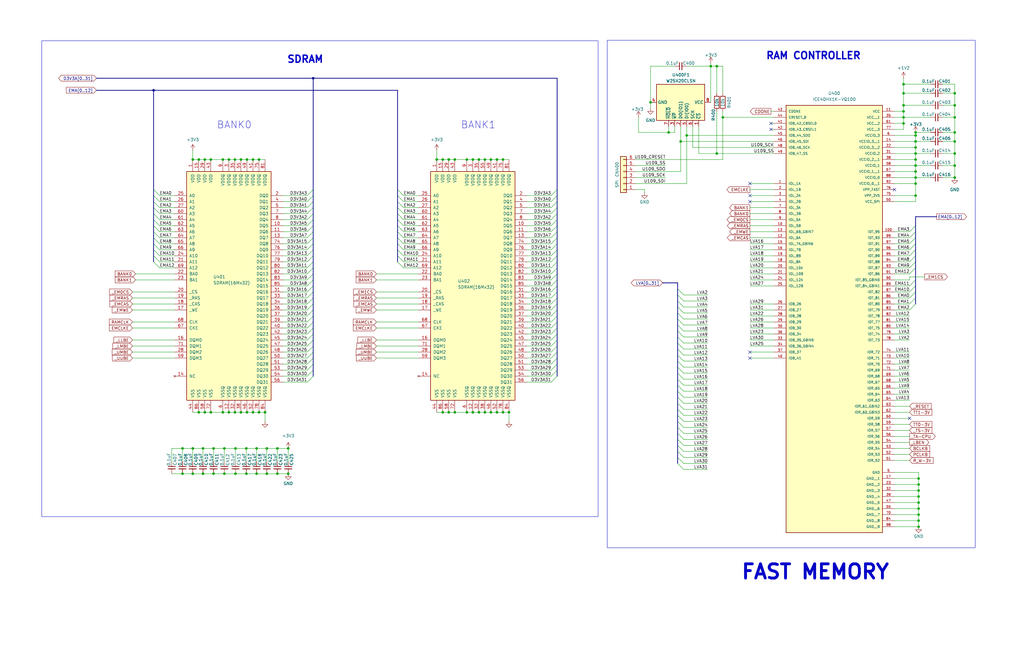
<source format=kicad_sch>
(kicad_sch (version 20231120) (generator "eeschema") (generator_version "8.0")
  (paper "B")
  (title_block (title "AmigaPCI 68040 Local Bus Card") (date "2024-07-21") (rev "3.0"))
  (junction (at 304.8 49.53))
  (junction (at 386.08 55.88))
  (junction (at 214.63 173.99))
  (junction (at 90.043 199.898))
  (junction (at 386.08 62.23))
  (junction (at 186.69 67.31))
  (junction (at 281.94 55.88))
  (junction (at 199.39 173.99))
  (junction (at 387.35 209.55))
  (junction (at 112.522 189.23))
  (junction (at 212.09 173.99))
  (junction (at 402.59 69.85))
  (junction (at 81.28 189.23))
  (junction (at 402.59 39.37))
  (junction (at 111.76 173.99))
  (junction (at 101.6 173.99))
  (junction (at 274.32 43.18))
  (junction (at 184.15 67.31))
  (junction (at 83.82 173.99))
  (junction (at 386.08 67.31))
  (junction (at 204.47 67.31))
  (junction (at 88.9 67.31))
  (junction (at 201.93 173.99))
  (junction (at 96.52 173.99))
  (junction (at 381 35.56))
  (junction (at 207.01 67.31))
  (junction (at 93.98 173.99))
  (junction (at 209.55 173.99))
  (junction (at 81.28 199.898))
  (junction (at 108.204 189.23))
  (junction (at 386.08 64.77))
  (junction (at 189.23 67.31))
  (junction (at 299.72 27.94))
  (junction (at 381 52.07))
  (junction (at 116.967 199.898))
  (junction (at 207.01 173.99))
  (junction (at 64.77 38.1))
  (junction (at 88.9 173.99))
  (junction (at 302.26 64.77))
  (junction (at 94.615 189.23))
  (junction (at 85.598 189.23))
  (junction (at 94.615 199.898))
  (junction (at 201.93 67.31))
  (junction (at 108.204 199.898))
  (junction (at 93.98 67.31))
  (junction (at 387.35 219.71))
  (junction (at 196.85 173.99))
  (junction (at 386.08 59.69))
  (junction (at 189.23 173.99))
  (junction (at 402.59 64.77))
  (junction (at 106.68 173.99))
  (junction (at 402.59 49.53))
  (junction (at 204.47 173.99))
  (junction (at 76.962 199.898))
  (junction (at 289.56 57.15))
  (junction (at 90.043 189.23))
  (junction (at 99.314 189.23))
  (junction (at 121.539 199.898))
  (junction (at 302.26 27.94))
  (junction (at 387.35 207.01))
  (junction (at 199.39 67.31))
  (junction (at 386.08 82.55))
  (junction (at 381 39.37))
  (junction (at 386.08 69.85))
  (junction (at 121.539 189.23))
  (junction (at 191.77 173.99))
  (junction (at 109.22 67.31))
  (junction (at 76.962 189.23))
  (junction (at 104.14 67.31))
  (junction (at 112.522 199.898))
  (junction (at 386.08 72.39))
  (junction (at 103.886 189.23))
  (junction (at 101.6 67.31))
  (junction (at 402.59 44.45))
  (junction (at 116.967 189.23))
  (junction (at 96.52 67.31))
  (junction (at 209.55 67.31))
  (junction (at 85.598 199.898))
  (junction (at 81.28 67.31))
  (junction (at 103.886 199.898))
  (junction (at 402.59 55.88))
  (junction (at 132.08 33.02))
  (junction (at 86.36 67.31))
  (junction (at 387.35 204.47))
  (junction (at 212.09 67.31))
  (junction (at 196.85 67.31))
  (junction (at 86.36 173.99))
  (junction (at 387.35 201.93))
  (junction (at 99.06 173.99))
  (junction (at 381 46.99))
  (junction (at 83.82 67.31))
  (junction (at 386.08 57.15))
  (junction (at 99.314 199.898))
  (junction (at 387.35 212.09))
  (junction (at 387.35 222.25))
  (junction (at 104.14 173.99))
  (junction (at 387.35 214.63))
  (junction (at 402.59 74.93))
  (junction (at 386.08 77.47))
  (junction (at 381 44.45))
  (junction (at 109.22 173.99))
  (junction (at 386.08 74.93))
  (junction (at 387.35 217.17))
  (junction (at 191.77 67.31))
  (junction (at 186.69 173.99))
  (junction (at 402.59 59.69))
  (junction (at 381 49.53))
  (junction (at 106.68 67.31))
  (junction (at 287.02 59.69))
  (junction (at 99.06 67.31))
  (no_connect (at 316.23 82.55))
  (no_connect (at 377.19 80.01))
  (no_connect (at 325.12 52.07))
  (no_connect (at 383.54 176.53))
  (no_connect (at 325.12 54.61))
  (no_connect (at 316.23 77.47))
  (no_connect (at 316.23 151.13))
  (no_connect (at 316.23 85.09))
  (no_connect (at 316.23 148.59))
  (bus_entry (at 129.54 140.97) (size 2.54 -2.54))
  (bus_entry (at 129.54 130.81) (size 2.54 -2.54))
  (bus_entry (at 129.54 97.79) (size 2.54 -2.54))
  (bus_entry (at 288.29 162.56) (size -2.54 -2.54))
  (bus_entry (at 170.18 107.95) (size -2.54 -2.54))
  (bus_entry (at 288.29 132.08) (size -2.54 -2.54))
  (bus_entry (at 288.29 165.1) (size -2.54 -2.54))
  (bus_entry (at 383.54 120.65) (size 2.54 -2.54))
  (bus_entry (at 67.31 102.87) (size -2.54 -2.54))
  (bus_entry (at 383.54 113.03) (size 2.54 -2.54))
  (bus_entry (at 288.29 182.88) (size -2.54 -2.54))
  (bus_entry (at 67.31 97.79) (size -2.54 -2.54))
  (bus_entry (at 232.41 133.35) (size 2.54 -2.54))
  (bus_entry (at 170.18 102.87) (size -2.54 -2.54))
  (bus_entry (at 288.29 127) (size -2.54 -2.54))
  (bus_entry (at 288.29 198.12) (size -2.54 -2.54))
  (bus_entry (at 129.54 100.33) (size 2.54 -2.54))
  (bus_entry (at 67.31 100.33) (size -2.54 -2.54))
  (bus_entry (at 129.54 146.05) (size 2.54 -2.54))
  (bus_entry (at 288.29 185.42) (size -2.54 -2.54))
  (bus_entry (at 170.18 85.09) (size -2.54 -2.54))
  (bus_entry (at 288.29 167.64) (size -2.54 -2.54))
  (bus_entry (at 288.29 172.72) (size -2.54 -2.54))
  (bus_entry (at 67.31 85.09) (size -2.54 -2.54))
  (bus_entry (at 232.41 100.33) (size 2.54 -2.54))
  (bus_entry (at 383.54 105.41) (size 2.54 -2.54))
  (bus_entry (at 129.54 110.49) (size 2.54 -2.54))
  (bus_entry (at 383.54 110.49) (size 2.54 -2.54))
  (bus_entry (at 288.29 137.16) (size -2.54 -2.54))
  (bus_entry (at 129.54 115.57) (size 2.54 -2.54))
  (bus_entry (at 288.29 152.4) (size -2.54 -2.54))
  (bus_entry (at 67.31 92.71) (size -2.54 -2.54))
  (bus_entry (at 232.41 140.97) (size 2.54 -2.54))
  (bus_entry (at 129.54 161.29) (size 2.54 -2.54))
  (bus_entry (at 129.54 156.21) (size 2.54 -2.54))
  (bus_entry (at 170.18 82.55) (size -2.54 -2.54))
  (bus_entry (at 129.54 148.59) (size 2.54 -2.54))
  (bus_entry (at 129.54 87.63) (size 2.54 -2.54))
  (bus_entry (at 383.54 130.81) (size 2.54 -2.54))
  (bus_entry (at 129.54 92.71) (size 2.54 -2.54))
  (bus_entry (at 383.54 107.95) (size 2.54 -2.54))
  (bus_entry (at 170.18 97.79) (size -2.54 -2.54))
  (bus_entry (at 232.41 118.11) (size 2.54 -2.54))
  (bus_entry (at 67.31 113.03) (size -2.54 -2.54))
  (bus_entry (at 129.54 125.73) (size 2.54 -2.54))
  (bus_entry (at 383.54 100.33) (size 2.54 -2.54))
  (bus_entry (at 232.41 146.05) (size 2.54 -2.54))
  (bus_entry (at 288.29 187.96) (size -2.54 -2.54))
  (bus_entry (at 129.54 82.55) (size 2.54 -2.54))
  (bus_entry (at 170.18 113.03) (size -2.54 -2.54))
  (bus_entry (at 67.31 105.41) (size -2.54 -2.54))
  (bus_entry (at 288.29 180.34) (size -2.54 -2.54))
  (bus_entry (at 232.41 156.21) (size 2.54 -2.54))
  (bus_entry (at 288.29 129.54) (size -2.54 -2.54))
  (bus_entry (at 232.41 107.95) (size 2.54 -2.54))
  (bus_entry (at 129.54 158.75) (size 2.54 -2.54))
  (bus_entry (at 383.54 125.73) (size 2.54 -2.54))
  (bus_entry (at 67.31 110.49) (size -2.54 -2.54))
  (bus_entry (at 232.41 128.27) (size 2.54 -2.54))
  (bus_entry (at 170.18 90.17) (size -2.54 -2.54))
  (bus_entry (at 129.54 133.35) (size 2.54 -2.54))
  (bus_entry (at 129.54 123.19) (size 2.54 -2.54))
  (bus_entry (at 288.29 170.18) (size -2.54 -2.54))
  (bus_entry (at 383.54 102.87) (size 2.54 -2.54))
  (bus_entry (at 232.41 153.67) (size 2.54 -2.54))
  (bus_entry (at 129.54 153.67) (size 2.54 -2.54))
  (bus_entry (at 288.29 139.7) (size -2.54 -2.54))
  (bus_entry (at 232.41 113.03) (size 2.54 -2.54))
  (bus_entry (at 129.54 143.51) (size 2.54 -2.54))
  (bus_entry (at 232.41 97.79) (size 2.54 -2.54))
  (bus_entry (at 232.41 90.17) (size 2.54 -2.54))
  (bus_entry (at 232.41 95.25) (size 2.54 -2.54))
  (bus_entry (at 129.54 90.17) (size 2.54 -2.54))
  (bus_entry (at 232.41 138.43) (size 2.54 -2.54))
  (bus_entry (at 232.41 130.81) (size 2.54 -2.54))
  (bus_entry (at 232.41 158.75) (size 2.54 -2.54))
  (bus_entry (at 232.41 102.87) (size 2.54 -2.54))
  (bus_entry (at 232.41 151.13) (size 2.54 -2.54))
  (bus_entry (at 170.18 105.41) (size -2.54 -2.54))
  (bus_entry (at 232.41 125.73) (size 2.54 -2.54))
  (bus_entry (at 170.18 95.25) (size -2.54 -2.54))
  (bus_entry (at 129.54 120.65) (size 2.54 -2.54))
  (bus_entry (at 232.41 105.41) (size 2.54 -2.54))
  (bus_entry (at 232.41 115.57) (size 2.54 -2.54))
  (bus_entry (at 129.54 95.25) (size 2.54 -2.54))
  (bus_entry (at 232.41 143.51) (size 2.54 -2.54))
  (bus_entry (at 129.54 113.03) (size 2.54 -2.54))
  (bus_entry (at 67.31 107.95) (size -2.54 -2.54))
  (bus_entry (at 67.31 87.63) (size -2.54 -2.54))
  (bus_entry (at 170.18 87.63) (size -2.54 -2.54))
  (bus_entry (at 288.29 134.62) (size -2.54 -2.54))
  (bus_entry (at 129.54 118.11) (size 2.54 -2.54))
  (bus_entry (at 288.29 149.86) (size -2.54 -2.54))
  (bus_entry (at 67.31 90.17) (size -2.54 -2.54))
  (bus_entry (at 288.29 175.26) (size -2.54 -2.54))
  (bus_entry (at 129.54 102.87) (size 2.54 -2.54))
  (bus_entry (at 288.29 177.8) (size -2.54 -2.54))
  (bus_entry (at 232.41 161.29) (size 2.54 -2.54))
  (bus_entry (at 129.54 107.95) (size 2.54 -2.54))
  (bus_entry (at 383.54 128.27) (size 2.54 -2.54))
  (bus_entry (at 232.41 120.65) (size 2.54 -2.54))
  (bus_entry (at 170.18 100.33) (size -2.54 -2.54))
  (bus_entry (at 288.29 124.46) (size -2.54 -2.54))
  (bus_entry (at 288.29 190.5) (size -2.54 -2.54))
  (bus_entry (at 288.29 195.58) (size -2.54 -2.54))
  (bus_entry (at 232.41 85.09) (size 2.54 -2.54))
  (bus_entry (at 288.29 157.48) (size -2.54 -2.54))
  (bus_entry (at 232.41 110.49) (size 2.54 -2.54))
  (bus_entry (at 67.31 95.25) (size -2.54 -2.54))
  (bus_entry (at 129.54 105.41) (size 2.54 -2.54))
  (bus_entry (at 383.54 123.19) (size 2.54 -2.54))
  (bus_entry (at 129.54 85.09) (size 2.54 -2.54))
  (bus_entry (at 170.18 110.49) (size -2.54 -2.54))
  (bus_entry (at 232.41 135.89) (size 2.54 -2.54))
  (bus_entry (at 129.54 128.27) (size 2.54 -2.54))
  (bus_entry (at 288.29 142.24) (size -2.54 -2.54))
  (bus_entry (at 170.18 92.71) (size -2.54 -2.54))
  (bus_entry (at 232.41 148.59) (size 2.54 -2.54))
  (bus_entry (at 383.54 97.79) (size 2.54 -2.54))
  (bus_entry (at 129.54 138.43) (size 2.54 -2.54))
  (bus_entry (at 288.29 193.04) (size -2.54 -2.54))
  (bus_entry (at 288.29 160.02) (size -2.54 -2.54))
  (bus_entry (at 129.54 151.13) (size 2.54 -2.54))
  (bus_entry (at 232.41 123.19) (size 2.54 -2.54))
  (bus_entry (at 232.41 82.55) (size 2.54 -2.54))
  (bus_entry (at 288.29 144.78) (size -2.54 -2.54))
  (bus_entry (at 383.54 115.57) (size 2.54 -2.54))
  (bus_entry (at 232.41 87.63) (size 2.54 -2.54))
  (bus_entry (at 288.29 154.94) (size -2.54 -2.54))
  (bus_entry (at 288.29 147.32) (size -2.54 -2.54))
  (bus_entry (at 129.54 135.89) (size 2.54 -2.54))
  (bus_entry (at 232.41 92.71) (size 2.54 -2.54))
  (bus_entry (at 67.31 82.55) (size -2.54 -2.54))
  (wire (pts (xy 397.51 39.37) (xy 402.59 39.37)))
  (wire (pts (xy 267.97 67.31) (xy 304.8 67.31)))
  (wire (pts (xy 90.043 189.23) (xy 90.043 194.818)))
  (wire (pts (xy 381 39.37) (xy 392.43 39.37)))
  (wire (pts (xy 222.25 161.29) (xy 232.41 161.29)))
  (wire (pts (xy 121.539 189.23) (xy 121.539 194.818)))
  (wire (pts (xy 103.886 199.898) (xy 99.314 199.898)))
  (wire (pts (xy 302.26 27.94) (xy 304.8 27.94)))
  (bus (pts (xy 285.75 124.46) (xy 285.75 127)))
  (wire (pts (xy 383.54 118.11) (xy 383.54 116.84)))
  (wire (pts (xy 299.72 43.18) (xy 299.72 27.94)))
  (wire (pts (xy 55.88 128.27) (xy 73.66 128.27)))
  (bus (pts (xy 167.64 102.87) (xy 167.64 105.41)))
  (wire (pts (xy 381 49.53) (xy 381 52.07)))
  (wire (pts (xy 99.314 189.23) (xy 103.886 189.23)))
  (wire (pts (xy 86.36 173.99) (xy 88.9 173.99)))
  (wire (pts (xy 316.23 130.81) (xy 326.39 130.81)))
  (wire (pts (xy 383.54 181.61) (xy 377.19 181.61)))
  (wire (pts (xy 116.967 189.23) (xy 116.967 194.818)))
  (bus (pts (xy 285.75 134.62) (xy 285.75 137.16)))
  (wire (pts (xy 119.38 87.63) (xy 129.54 87.63)))
  (wire (pts (xy 85.598 199.898) (xy 90.043 199.898)))
  (wire (pts (xy 397.51 69.85) (xy 402.59 69.85)))
  (wire (pts (xy 316.23 148.59) (xy 326.39 148.59)))
  (bus (pts (xy 234.95 130.81) (xy 234.95 133.35)))
  (wire (pts (xy 377.19 62.23) (xy 386.08 62.23)))
  (wire (pts (xy 377.19 115.57) (xy 383.54 115.57)))
  (bus (pts (xy 285.75 147.32) (xy 285.75 149.86)))
  (wire (pts (xy 386.08 69.85) (xy 386.08 72.39)))
  (bus (pts (xy 285.75 172.72) (xy 285.75 175.26)))
  (wire (pts (xy 325.12 52.07) (xy 326.39 52.07)))
  (wire (pts (xy 158.75 146.05) (xy 176.53 146.05)))
  (wire (pts (xy 383.54 153.67) (xy 377.19 153.67)))
  (bus (pts (xy 64.77 92.71) (xy 64.77 95.25)))
  (wire (pts (xy 72.39 194.818) (xy 72.39 189.23)))
  (bus (pts (xy 64.77 85.09) (xy 64.77 87.63)))
  (bus (pts (xy 132.08 153.67) (xy 132.08 156.21)))
  (wire (pts (xy 383.54 176.53) (xy 377.19 176.53)))
  (wire (pts (xy 316.23 146.05) (xy 326.39 146.05)))
  (wire (pts (xy 387.35 209.55) (xy 387.35 212.09)))
  (bus (pts (xy 64.77 90.17) (xy 64.77 92.71)))
  (wire (pts (xy 397.51 74.93) (xy 402.59 74.93)))
  (bus (pts (xy 234.95 115.57) (xy 234.95 118.11)))
  (wire (pts (xy 55.88 143.51) (xy 73.66 143.51)))
  (bus (pts (xy 234.95 113.03) (xy 234.95 115.57)))
  (wire (pts (xy 298.45 172.72) (xy 288.29 172.72)))
  (wire (pts (xy 383.54 151.13) (xy 377.19 151.13)))
  (wire (pts (xy 119.38 105.41) (xy 129.54 105.41)))
  (bus (pts (xy 132.08 92.71) (xy 132.08 95.25)))
  (bus (pts (xy 132.08 82.55) (xy 132.08 85.09)))
  (bus (pts (xy 167.64 107.95) (xy 167.64 110.49)))
  (wire (pts (xy 73.66 82.55) (xy 67.31 82.55)))
  (bus (pts (xy 132.08 102.87) (xy 132.08 105.41)))
  (wire (pts (xy 222.25 100.33) (xy 232.41 100.33)))
  (wire (pts (xy 81.28 67.31) (xy 81.28 63.5)))
  (wire (pts (xy 397.51 64.77) (xy 402.59 64.77)))
  (wire (pts (xy 386.08 74.93) (xy 386.08 77.47)))
  (wire (pts (xy 316.23 77.47) (xy 326.39 77.47)))
  (wire (pts (xy 73.66 90.17) (xy 67.31 90.17)))
  (wire (pts (xy 383.54 135.89) (xy 377.19 135.89)))
  (wire (pts (xy 316.23 85.09) (xy 326.39 85.09)))
  (bus (pts (xy 132.08 115.57) (xy 132.08 118.11)))
  (wire (pts (xy 85.598 189.23) (xy 90.043 189.23)))
  (wire (pts (xy 222.25 153.67) (xy 232.41 153.67)))
  (wire (pts (xy 292.1 62.23) (xy 326.39 62.23)))
  (wire (pts (xy 212.09 67.31) (xy 214.63 67.31)))
  (wire (pts (xy 386.08 74.93) (xy 392.43 74.93)))
  (wire (pts (xy 397.51 49.53) (xy 402.59 49.53)))
  (wire (pts (xy 103.886 189.23) (xy 108.204 189.23)))
  (wire (pts (xy 119.38 128.27) (xy 129.54 128.27)))
  (bus (pts (xy 234.95 120.65) (xy 234.95 123.19)))
  (wire (pts (xy 381 49.53) (xy 392.43 49.53)))
  (bus (pts (xy 234.95 110.49) (xy 234.95 113.03)))
  (wire (pts (xy 402.59 44.45) (xy 402.59 39.37)))
  (bus (pts (xy 132.08 133.35) (xy 132.08 135.89)))
  (wire (pts (xy 383.54 161.29) (xy 377.19 161.29)))
  (wire (pts (xy 381 35.56) (xy 381 39.37)))
  (wire (pts (xy 377.19 100.33) (xy 383.54 100.33)))
  (wire (pts (xy 383.54 148.59) (xy 377.19 148.59)))
  (bus (pts (xy 234.95 146.05) (xy 234.95 148.59)))
  (wire (pts (xy 377.19 59.69) (xy 386.08 59.69)))
  (wire (pts (xy 73.66 110.49) (xy 67.31 110.49)))
  (wire (pts (xy 298.45 152.4) (xy 288.29 152.4)))
  (wire (pts (xy 377.19 52.07) (xy 381 52.07)))
  (wire (pts (xy 73.66 92.71) (xy 67.31 92.71)))
  (wire (pts (xy 402.59 55.88) (xy 402.59 49.53)))
  (wire (pts (xy 287.02 72.39) (xy 267.97 72.39)))
  (wire (pts (xy 325.12 46.99) (xy 326.39 46.99)))
  (wire (pts (xy 397.51 59.69) (xy 402.59 59.69)))
  (wire (pts (xy 269.24 49.53) (xy 269.24 55.88)))
  (wire (pts (xy 383.54 168.91) (xy 377.19 168.91)))
  (wire (pts (xy 274.32 43.18) (xy 274.32 27.94)))
  (wire (pts (xy 222.25 120.65) (xy 232.41 120.65)))
  (bus (pts (xy 386.08 110.49) (xy 386.08 113.03)))
  (wire (pts (xy 298.45 142.24) (xy 288.29 142.24)))
  (bus (pts (xy 132.08 107.95) (xy 132.08 110.49)))
  (wire (pts (xy 119.38 123.19) (xy 129.54 123.19)))
  (wire (pts (xy 269.24 55.88) (xy 281.94 55.88)))
  (wire (pts (xy 377.19 113.03) (xy 383.54 113.03)))
  (bus (pts (xy 234.95 95.25) (xy 234.95 97.79)))
  (wire (pts (xy 299.72 27.94) (xy 299.72 26.67)))
  (wire (pts (xy 402.59 64.77) (xy 402.59 69.85)))
  (wire (pts (xy 377.19 219.71) (xy 387.35 219.71)))
  (wire (pts (xy 316.23 151.13) (xy 326.39 151.13)))
  (wire (pts (xy 377.19 222.25) (xy 387.35 222.25)))
  (bus (pts (xy 285.75 190.5) (xy 285.75 193.04)))
  (wire (pts (xy 55.88 135.89) (xy 73.66 135.89)))
  (bus (pts (xy 285.75 129.54) (xy 285.75 132.08)))
  (wire (pts (xy 158.75 148.59) (xy 176.53 148.59)))
  (wire (pts (xy 96.52 173.99) (xy 99.06 173.99)))
  (wire (pts (xy 73.66 115.57) (xy 57.15 115.57)))
  (wire (pts (xy 99.06 67.31) (xy 101.6 67.31)))
  (wire (pts (xy 76.962 189.23) (xy 81.28 189.23)))
  (wire (pts (xy 72.39 189.23) (xy 76.962 189.23)))
  (wire (pts (xy 109.22 173.99) (xy 111.76 173.99)))
  (wire (pts (xy 298.45 170.18) (xy 288.29 170.18)))
  (bus (pts (xy 132.08 140.97) (xy 132.08 143.51)))
  (wire (pts (xy 55.88 138.43) (xy 73.66 138.43)))
  (bus (pts (xy 234.95 97.79) (xy 234.95 100.33)))
  (wire (pts (xy 222.25 110.49) (xy 232.41 110.49)))
  (wire (pts (xy 316.23 128.27) (xy 326.39 128.27)))
  (wire (pts (xy 304.8 67.31) (xy 304.8 49.53)))
  (bus (pts (xy 285.75 139.7) (xy 285.75 142.24)))
  (wire (pts (xy 316.23 107.95) (xy 326.39 107.95)))
  (wire (pts (xy 302.26 27.94) (xy 299.72 27.94)))
  (bus (pts (xy 132.08 143.51) (xy 132.08 146.05)))
  (wire (pts (xy 109.22 67.31) (xy 111.76 67.31)))
  (wire (pts (xy 298.45 190.5) (xy 288.29 190.5)))
  (wire (pts (xy 191.77 173.99) (xy 196.85 173.99)))
  (wire (pts (xy 119.38 135.89) (xy 129.54 135.89)))
  (wire (pts (xy 104.14 173.99) (xy 106.68 173.99)))
  (wire (pts (xy 222.25 113.03) (xy 232.41 113.03)))
  (wire (pts (xy 104.14 67.31) (xy 106.68 67.31)))
  (wire (pts (xy 176.53 90.17) (xy 170.18 90.17)))
  (wire (pts (xy 381 35.56) (xy 392.43 35.56)))
  (wire (pts (xy 302.26 64.77) (xy 326.39 64.77)))
  (wire (pts (xy 184.15 173.99) (xy 186.69 173.99)))
  (wire (pts (xy 81.28 189.23) (xy 81.28 194.818)))
  (bus (pts (xy 234.95 80.01) (xy 234.95 82.55)))
  (wire (pts (xy 383.54 156.21) (xy 377.19 156.21)))
  (wire (pts (xy 189.23 67.31) (xy 191.77 67.31)))
  (bus (pts (xy 234.95 151.13) (xy 234.95 153.67)))
  (wire (pts (xy 326.39 59.69) (xy 287.02 59.69)))
  (wire (pts (xy 280.67 69.85) (xy 267.97 69.85)))
  (bus (pts (xy 285.75 160.02) (xy 285.75 162.56)))
  (wire (pts (xy 289.56 77.47) (xy 267.97 77.47)))
  (wire (pts (xy 83.82 173.99) (xy 86.36 173.99)))
  (wire (pts (xy 186.69 67.31) (xy 189.23 67.31)))
  (wire (pts (xy 55.88 151.13) (xy 73.66 151.13)))
  (bus (pts (xy 64.77 105.41) (xy 64.77 107.95)))
  (wire (pts (xy 207.01 67.31) (xy 209.55 67.31)))
  (wire (pts (xy 176.53 102.87) (xy 170.18 102.87)))
  (wire (pts (xy 386.08 62.23) (xy 386.08 64.77)))
  (wire (pts (xy 94.615 189.23) (xy 99.314 189.23)))
  (wire (pts (xy 386.08 64.77) (xy 392.43 64.77)))
  (wire (pts (xy 386.08 55.88) (xy 392.43 55.88)))
  (bus (pts (xy 64.77 38.1) (xy 167.64 38.1)))
  (wire (pts (xy 209.55 67.31) (xy 212.09 67.31)))
  (wire (pts (xy 316.23 95.25) (xy 326.39 95.25)))
  (wire (pts (xy 377.19 49.53) (xy 381 49.53)))
  (wire (pts (xy 325.12 54.61) (xy 326.39 54.61)))
  (wire (pts (xy 304.8 39.37) (xy 304.8 27.94)))
  (wire (pts (xy 119.38 130.81) (xy 129.54 130.81)))
  (wire (pts (xy 116.967 189.23) (xy 121.539 189.23)))
  (wire (pts (xy 81.28 199.898) (xy 85.598 199.898)))
  (wire (pts (xy 93.98 173.99) (xy 96.52 173.99)))
  (wire (pts (xy 222.25 133.35) (xy 232.41 133.35)))
  (wire (pts (xy 280.67 74.93) (xy 267.97 74.93)))
  (wire (pts (xy 298.45 129.54) (xy 288.29 129.54)))
  (bus (pts (xy 234.95 85.09) (xy 234.95 87.63)))
  (bus (pts (xy 132.08 148.59) (xy 132.08 151.13)))
  (wire (pts (xy 386.08 59.69) (xy 386.08 62.23)))
  (wire (pts (xy 176.53 97.79) (xy 170.18 97.79)))
  (wire (pts (xy 386.08 69.85) (xy 392.43 69.85)))
  (wire (pts (xy 119.38 95.25) (xy 129.54 95.25)))
  (wire (pts (xy 55.88 130.81) (xy 73.66 130.81)))
  (wire (pts (xy 383.54 158.75) (xy 377.19 158.75)))
  (wire (pts (xy 377.19 107.95) (xy 383.54 107.95)))
  (wire (pts (xy 386.08 67.31) (xy 386.08 69.85)))
  (bus (pts (xy 285.75 127) (xy 285.75 129.54)))
  (wire (pts (xy 176.53 105.41) (xy 170.18 105.41)))
  (wire (pts (xy 381 39.37) (xy 381 44.45)))
  (wire (pts (xy 119.38 107.95) (xy 129.54 107.95)))
  (wire (pts (xy 298.45 193.04) (xy 288.29 193.04)))
  (wire (pts (xy 284.48 53.34) (xy 284.48 55.88)))
  (bus (pts (xy 285.75 137.16) (xy 285.75 139.7)))
  (bus (pts (xy 386.08 107.95) (xy 386.08 110.49)))
  (bus (pts (xy 234.95 82.55) (xy 234.95 85.09)))
  (bus (pts (xy 64.77 87.63) (xy 64.77 90.17)))
  (bus (pts (xy 285.75 154.94) (xy 285.75 157.48)))
  (wire (pts (xy 289.56 53.34) (xy 289.56 57.15)))
  (wire (pts (xy 88.9 67.31) (xy 93.98 67.31)))
  (wire (pts (xy 383.54 194.31) (xy 377.19 194.31)))
  (wire (pts (xy 119.38 115.57) (xy 129.54 115.57)))
  (wire (pts (xy 222.25 82.55) (xy 232.41 82.55)))
  (wire (pts (xy 222.25 105.41) (xy 232.41 105.41)))
  (wire (pts (xy 289.56 57.15) (xy 326.39 57.15)))
  (wire (pts (xy 383.54 179.07) (xy 377.19 179.07)))
  (bus (pts (xy 386.08 123.19) (xy 386.08 125.73)))
  (wire (pts (xy 81.28 189.23) (xy 85.598 189.23)))
  (bus (pts (xy 285.75 187.96) (xy 285.75 190.5)))
  (wire (pts (xy 119.38 138.43) (xy 129.54 138.43)))
  (bus (pts (xy 132.08 151.13) (xy 132.08 153.67)))
  (bus (pts (xy 132.08 125.73) (xy 132.08 128.27)))
  (wire (pts (xy 55.88 123.19) (xy 73.66 123.19)))
  (wire (pts (xy 119.38 118.11) (xy 129.54 118.11)))
  (bus (pts (xy 132.08 146.05) (xy 132.08 148.59)))
  (wire (pts (xy 316.23 113.03) (xy 326.39 113.03)))
  (wire (pts (xy 383.54 171.45) (xy 377.19 171.45)))
  (bus (pts (xy 234.95 90.17) (xy 234.95 92.71)))
  (wire (pts (xy 383.54 116.84) (xy 389.89 116.84)))
  (wire (pts (xy 377.19 97.79) (xy 383.54 97.79)))
  (wire (pts (xy 377.19 110.49) (xy 383.54 110.49)))
  (bus (pts (xy 386.08 113.03) (xy 386.08 118.11)))
  (wire (pts (xy 222.25 95.25) (xy 232.41 95.25)))
  (bus (pts (xy 234.95 87.63) (xy 234.95 90.17)))
  (wire (pts (xy 316.23 102.87) (xy 326.39 102.87)))
  (wire (pts (xy 299.72 27.94) (xy 289.56 27.94)))
  (bus (pts (xy 285.75 144.78) (xy 285.75 147.32)))
  (wire (pts (xy 119.38 140.97) (xy 129.54 140.97)))
  (wire (pts (xy 222.25 102.87) (xy 232.41 102.87)))
  (wire (pts (xy 101.6 173.99) (xy 104.14 173.99)))
  (wire (pts (xy 106.68 67.31) (xy 109.22 67.31)))
  (wire (pts (xy 111.76 173.99) (xy 111.76 177.8)))
  (bus (pts (xy 132.08 120.65) (xy 132.08 123.19)))
  (wire (pts (xy 381 52.07) (xy 381 54.61)))
  (bus (pts (xy 386.08 95.25) (xy 386.08 97.79)))
  (bus (pts (xy 167.64 87.63) (xy 167.64 90.17)))
  (wire (pts (xy 316.23 140.97) (xy 326.39 140.97)))
  (wire (pts (xy 383.54 191.77) (xy 377.19 191.77)))
  (bus (pts (xy 132.08 80.01) (xy 132.08 82.55)))
  (wire (pts (xy 298.45 139.7) (xy 288.29 139.7)))
  (wire (pts (xy 316.23 143.51) (xy 326.39 143.51)))
  (wire (pts (xy 316.23 120.65) (xy 326.39 120.65)))
  (bus (pts (xy 285.75 119.38) (xy 279.4 119.38)))
  (wire (pts (xy 176.53 107.95) (xy 170.18 107.95)))
  (wire (pts (xy 73.66 102.87) (xy 67.31 102.87)))
  (wire (pts (xy 386.08 59.69) (xy 392.43 59.69)))
  (bus (pts (xy 285.75 132.08) (xy 285.75 134.62)))
  (wire (pts (xy 287.02 59.69) (xy 287.02 72.39)))
  (wire (pts (xy 222.25 140.97) (xy 232.41 140.97)))
  (wire (pts (xy 73.66 100.33) (xy 67.31 100.33)))
  (wire (pts (xy 294.64 64.77) (xy 294.64 53.34)))
  (bus (pts (xy 285.75 185.42) (xy 285.75 187.96)))
  (bus (pts (xy 386.08 102.87) (xy 386.08 105.41)))
  (wire (pts (xy 158.75 135.89) (xy 176.53 135.89)))
  (wire (pts (xy 204.47 67.31) (xy 207.01 67.31)))
  (wire (pts (xy 108.204 189.23) (xy 108.204 194.818)))
  (wire (pts (xy 222.25 130.81) (xy 232.41 130.81)))
  (wire (pts (xy 101.6 67.31) (xy 104.14 67.31)))
  (bus (pts (xy 40.64 33.02) (xy 132.08 33.02)))
  (wire (pts (xy 387.35 212.09) (xy 387.35 214.63)))
  (bus (pts (xy 234.95 128.27) (xy 234.95 130.81)))
  (wire (pts (xy 316.23 133.35) (xy 326.39 133.35)))
  (wire (pts (xy 119.38 102.87) (xy 129.54 102.87)))
  (wire (pts (xy 402.59 59.69) (xy 402.59 64.77)))
  (wire (pts (xy 222.25 123.19) (xy 232.41 123.19)))
  (bus (pts (xy 64.77 102.87) (xy 64.77 105.41)))
  (wire (pts (xy 281.94 55.88) (xy 284.48 55.88)))
  (wire (pts (xy 298.45 147.32) (xy 288.29 147.32)))
  (wire (pts (xy 85.598 189.23) (xy 85.598 194.818)))
  (wire (pts (xy 176.53 118.11) (xy 158.75 118.11)))
  (wire (pts (xy 176.53 85.09) (xy 170.18 85.09)))
  (wire (pts (xy 387.35 207.01) (xy 387.35 209.55)))
  (wire (pts (xy 316.23 110.49) (xy 326.39 110.49)))
  (bus (pts (xy 234.95 33.02) (xy 234.95 80.01)))
  (bus (pts (xy 234.95 153.67) (xy 234.95 156.21)))
  (bus (pts (xy 285.75 175.26) (xy 285.75 177.8)))
  (wire (pts (xy 73.66 97.79) (xy 67.31 97.79)))
  (wire (pts (xy 90.043 199.898) (xy 94.615 199.898)))
  (bus (pts (xy 132.08 130.81) (xy 132.08 133.35)))
  (wire (pts (xy 377.19 67.31) (xy 386.08 67.31)))
  (wire (pts (xy 386.08 55.88) (xy 386.08 57.15)))
  (wire (pts (xy 222.25 128.27) (xy 232.41 128.27)))
  (wire (pts (xy 184.15 67.31) (xy 186.69 67.31)))
  (wire (pts (xy 298.45 175.26) (xy 288.29 175.26)))
  (bus (pts (xy 285.75 193.04) (xy 285.75 195.58)))
  (wire (pts (xy 298.45 182.88) (xy 288.29 182.88)))
  (wire (pts (xy 316.23 92.71) (xy 326.39 92.71)))
  (wire (pts (xy 222.25 85.09) (xy 232.41 85.09)))
  (bus (pts (xy 285.75 182.88) (xy 285.75 185.42)))
  (wire (pts (xy 316.23 82.55) (xy 326.39 82.55)))
  (wire (pts (xy 381 33.02) (xy 381 35.56)))
  (wire (pts (xy 119.38 133.35) (xy 129.54 133.35)))
  (wire (pts (xy 298.45 157.48) (xy 288.29 157.48)))
  (wire (pts (xy 158.75 138.43) (xy 176.53 138.43)))
  (wire (pts (xy 73.66 118.11) (xy 57.15 118.11)))
  (wire (pts (xy 281.94 53.34) (xy 281.94 55.88)))
  (wire (pts (xy 377.19 77.47) (xy 386.08 77.47)))
  (wire (pts (xy 76.962 199.898) (xy 81.28 199.898)))
  (wire (pts (xy 176.53 115.57) (xy 158.75 115.57)))
  (bus (pts (xy 167.64 105.41) (xy 167.64 107.95)))
  (wire (pts (xy 199.39 173.99) (xy 201.93 173.99)))
  (wire (pts (xy 73.66 85.09) (xy 67.31 85.09)))
  (wire (pts (xy 112.522 189.23) (xy 116.967 189.23)))
  (wire (pts (xy 298.45 180.34) (xy 288.29 180.34)))
  (wire (pts (xy 76.962 189.23) (xy 76.962 194.818)))
  (wire (pts (xy 119.38 82.55) (xy 129.54 82.55)))
  (wire (pts (xy 119.38 100.33) (xy 129.54 100.33)))
  (wire (pts (xy 222.25 87.63) (xy 232.41 87.63)))
  (wire (pts (xy 158.75 143.51) (xy 176.53 143.51)))
  (wire (pts (xy 222.25 151.13) (xy 232.41 151.13)))
  (bus (pts (xy 285.75 162.56) (xy 285.75 165.1)))
  (wire (pts (xy 383.54 143.51) (xy 377.19 143.51)))
  (wire (pts (xy 108.204 189.23) (xy 112.522 189.23)))
  (wire (pts (xy 222.25 143.51) (xy 232.41 143.51)))
  (wire (pts (xy 402.59 35.56) (xy 397.51 35.56)))
  (bus (pts (xy 234.95 148.59) (xy 234.95 151.13)))
  (bus (pts (xy 132.08 118.11) (xy 132.08 120.65)))
  (wire (pts (xy 383.54 184.15) (xy 377.19 184.15)))
  (wire (pts (xy 377.19 201.93) (xy 387.35 201.93)))
  (wire (pts (xy 387.35 217.17) (xy 387.35 219.71)))
  (wire (pts (xy 112.522 189.23) (xy 112.522 194.818)))
  (wire (pts (xy 222.25 148.59) (xy 232.41 148.59)))
  (wire (pts (xy 381 46.99) (xy 381 49.53)))
  (bus (pts (xy 64.77 100.33) (xy 64.77 102.87)))
  (bus (pts (xy 132.08 85.09) (xy 132.08 87.63)))
  (wire (pts (xy 96.52 67.31) (xy 99.06 67.31)))
  (wire (pts (xy 106.68 173.99) (xy 109.22 173.99)))
  (wire (pts (xy 302.26 46.99) (xy 302.26 64.77)))
  (wire (pts (xy 292.1 62.23) (xy 292.1 53.34)))
  (wire (pts (xy 201.93 173.99) (xy 204.47 173.99)))
  (wire (pts (xy 119.38 90.17) (xy 129.54 90.17)))
  (bus (pts (xy 132.08 156.21) (xy 132.08 158.75)))
  (wire (pts (xy 112.522 199.898) (xy 116.967 199.898)))
  (wire (pts (xy 116.967 199.898) (xy 121.539 199.898)))
  (wire (pts (xy 93.98 67.31) (xy 96.52 67.31)))
  (wire (pts (xy 386.08 57.15) (xy 386.08 59.69)))
  (wire (pts (xy 383.54 130.81) (xy 377.19 130.81)))
  (wire (pts (xy 119.38 148.59) (xy 129.54 148.59)))
  (wire (pts (xy 316.23 105.41) (xy 326.39 105.41)))
  (wire (pts (xy 402.59 49.53) (xy 402.59 44.45)))
  (wire (pts (xy 289.56 77.47) (xy 289.56 57.15)))
  (wire (pts (xy 222.25 118.11) (xy 232.41 118.11)))
  (wire (pts (xy 55.88 146.05) (xy 73.66 146.05)))
  (wire (pts (xy 383.54 166.37) (xy 377.19 166.37)))
  (bus (pts (xy 285.75 142.24) (xy 285.75 144.78)))
  (wire (pts (xy 158.75 128.27) (xy 176.53 128.27)))
  (wire (pts (xy 158.75 123.19) (xy 176.53 123.19)))
  (wire (pts (xy 387.35 219.71) (xy 387.35 222.25)))
  (wire (pts (xy 377.19 64.77) (xy 386.08 64.77)))
  (wire (pts (xy 199.39 67.31) (xy 201.93 67.31)))
  (wire (pts (xy 377.19 57.15) (xy 386.08 57.15)))
  (bus (pts (xy 132.08 90.17) (xy 132.08 92.71)))
  (wire (pts (xy 386.08 82.55) (xy 386.08 85.09)))
  (wire (pts (xy 316.23 100.33) (xy 326.39 100.33)))
  (wire (pts (xy 267.97 80.01) (xy 271.78 80.01)))
  (wire (pts (xy 383.54 133.35) (xy 377.19 133.35)))
  (wire (pts (xy 94.615 199.898) (xy 99.314 199.898)))
  (bus (pts (xy 386.08 91.44) (xy 394.97 91.44)))
  (wire (pts (xy 103.886 189.23) (xy 103.886 194.818)))
  (bus (pts (xy 285.75 121.92) (xy 285.75 124.46)))
  (wire (pts (xy 176.53 110.49) (xy 170.18 110.49)))
  (bus (pts (xy 234.95 156.21) (xy 234.95 158.75)))
  (wire (pts (xy 316.23 115.57) (xy 326.39 115.57)))
  (wire (pts (xy 377.19 72.39) (xy 386.08 72.39)))
  (wire (pts (xy 81.28 67.31) (xy 83.82 67.31)))
  (wire (pts (xy 196.85 173.99) (xy 199.39 173.99)))
  (bus (pts (xy 132.08 113.03) (xy 132.08 115.57)))
  (wire (pts (xy 222.25 138.43) (xy 232.41 138.43)))
  (wire (pts (xy 386.08 77.47) (xy 386.08 82.55)))
  (bus (pts (xy 40.64 38.1) (xy 64.77 38.1)))
  (wire (pts (xy 274.32 27.94) (xy 284.48 27.94)))
  (wire (pts (xy 222.25 158.75) (xy 232.41 158.75)))
  (wire (pts (xy 377.19 118.11) (xy 383.54 118.11)))
  (wire (pts (xy 298.45 149.86) (xy 288.29 149.86)))
  (wire (pts (xy 377.19 102.87) (xy 383.54 102.87)))
  (wire (pts (xy 176.53 82.55) (xy 170.18 82.55)))
  (wire (pts (xy 119.38 156.21) (xy 129.54 156.21)))
  (bus (pts (xy 234.95 92.71) (xy 234.95 95.25)))
  (bus (pts (xy 167.64 80.01) (xy 167.64 82.55)))
  (wire (pts (xy 397.51 44.45) (xy 402.59 44.45)))
  (wire (pts (xy 158.75 130.81) (xy 176.53 130.81)))
  (bus (pts (xy 64.77 95.25) (xy 64.77 97.79)))
  (wire (pts (xy 377.19 214.63) (xy 387.35 214.63)))
  (wire (pts (xy 158.75 125.73) (xy 176.53 125.73)))
  (bus (pts (xy 386.08 118.11) (xy 386.08 120.65)))
  (wire (pts (xy 271.78 80.01) (xy 271.78 81.28)))
  (wire (pts (xy 298.45 167.64) (xy 288.29 167.64)))
  (bus (pts (xy 64.77 97.79) (xy 64.77 100.33)))
  (wire (pts (xy 55.88 125.73) (xy 73.66 125.73)))
  (bus (pts (xy 132.08 123.19) (xy 132.08 125.73)))
  (wire (pts (xy 73.66 105.41) (xy 67.31 105.41)))
  (bus (pts (xy 132.08 33.02) (xy 234.95 33.02)))
  (wire (pts (xy 83.82 67.31) (xy 86.36 67.31)))
  (wire (pts (xy 119.38 158.75) (xy 129.54 158.75)))
  (wire (pts (xy 298.45 187.96) (xy 288.29 187.96)))
  (bus (pts (xy 167.64 85.09) (xy 167.64 87.63)))
  (wire (pts (xy 377.19 69.85) (xy 386.08 69.85)))
  (bus (pts (xy 285.75 165.1) (xy 285.75 167.64)))
  (wire (pts (xy 316.23 87.63) (xy 326.39 87.63)))
  (bus (pts (xy 64.77 38.1) (xy 64.77 80.01)))
  (wire (pts (xy 103.886 199.898) (xy 108.204 199.898)))
  (bus (pts (xy 167.64 92.71) (xy 167.64 95.25)))
  (wire (pts (xy 377.19 125.73) (xy 383.54 125.73)))
  (bus (pts (xy 132.08 135.89) (xy 132.08 138.43)))
  (wire (pts (xy 386.08 72.39) (xy 386.08 74.93)))
  (wire (pts (xy 176.53 95.25) (xy 170.18 95.25)))
  (wire (pts (xy 119.38 92.71) (xy 129.54 92.71)))
  (wire (pts (xy 73.66 113.03) (xy 67.31 113.03)))
  (bus (pts (xy 234.95 107.95) (xy 234.95 110.49)))
  (bus (pts (xy 234.95 100.33) (xy 234.95 102.87)))
  (wire (pts (xy 88.9 173.99) (xy 93.98 173.99)))
  (wire (pts (xy 222.25 156.21) (xy 232.41 156.21)))
  (wire (pts (xy 214.63 173.99) (xy 214.63 177.8)))
  (wire (pts (xy 377.19 212.09) (xy 387.35 212.09)))
  (wire (pts (xy 298.45 132.08) (xy 288.29 132.08)))
  (wire (pts (xy 119.38 97.79) (xy 129.54 97.79)))
  (wire (pts (xy 212.09 173.99) (xy 214.63 173.99)))
  (wire (pts (xy 383.54 163.83) (xy 377.19 163.83)))
  (bus (pts (xy 285.75 167.64) (xy 285.75 170.18)))
  (wire (pts (xy 316.23 97.79) (xy 326.39 97.79)))
  (bus (pts (xy 132.08 128.27) (xy 132.08 130.81)))
  (wire (pts (xy 186.69 173.99) (xy 189.23 173.99)))
  (wire (pts (xy 73.66 87.63) (xy 67.31 87.63)))
  (wire (pts (xy 304.8 49.53) (xy 304.8 46.99)))
  (wire (pts (xy 387.35 214.63) (xy 387.35 217.17)))
  (wire (pts (xy 176.53 92.71) (xy 170.18 92.71)))
  (wire (pts (xy 316.23 135.89) (xy 326.39 135.89)))
  (wire (pts (xy 298.45 127) (xy 288.29 127)))
  (wire (pts (xy 383.54 138.43) (xy 377.19 138.43)))
  (wire (pts (xy 304.8 49.53) (xy 326.39 49.53)))
  (wire (pts (xy 119.38 120.65) (xy 129.54 120.65)))
  (wire (pts (xy 377.19 123.19) (xy 383.54 123.19)))
  (wire (pts (xy 86.36 67.31) (xy 88.9 67.31)))
  (wire (pts (xy 298.45 160.02) (xy 288.29 160.02)))
  (wire (pts (xy 377.19 204.47) (xy 387.35 204.47)))
  (bus (pts (xy 234.95 143.51) (xy 234.95 146.05)))
  (bus (pts (xy 234.95 105.41) (xy 234.95 107.95)))
  (bus (pts (xy 234.95 118.11) (xy 234.95 120.65)))
  (wire (pts (xy 386.08 64.77) (xy 386.08 67.31)))
  (wire (pts (xy 377.19 217.17) (xy 387.35 217.17)))
  (wire (pts (xy 377.19 46.99) (xy 381 46.99)))
  (wire (pts (xy 387.35 199.39) (xy 387.35 201.93)))
  (wire (pts (xy 298.45 195.58) (xy 288.29 195.58)))
  (wire (pts (xy 381 44.45) (xy 381 46.99)))
  (bus (pts (xy 234.95 123.19) (xy 234.95 125.73)))
  (wire (pts (xy 298.45 177.8) (xy 288.29 177.8)))
  (wire (pts (xy 207.01 173.99) (xy 209.55 173.99)))
  (wire (pts (xy 383.54 186.69) (xy 377.19 186.69)))
  (wire (pts (xy 108.204 199.898) (xy 112.522 199.898)))
  (bus (pts (xy 386.08 120.65) (xy 386.08 123.19)))
  (bus (pts (xy 132.08 33.02) (xy 132.08 80.01)))
  (wire (pts (xy 119.38 143.51) (xy 129.54 143.51)))
  (wire (pts (xy 99.06 173.99) (xy 101.6 173.99)))
  (wire (pts (xy 377.19 207.01) (xy 387.35 207.01)))
  (wire (pts (xy 222.25 135.89) (xy 232.41 135.89)))
  (bus (pts (xy 167.64 100.33) (xy 167.64 102.87)))
  (bus (pts (xy 234.95 125.73) (xy 234.95 128.27)))
  (bus (pts (xy 386.08 97.79) (xy 386.08 100.33)))
  (wire (pts (xy 73.66 95.25) (xy 67.31 95.25)))
  (wire (pts (xy 191.77 67.31) (xy 196.85 67.31)))
  (bus (pts (xy 285.75 170.18) (xy 285.75 172.72)))
  (wire (pts (xy 397.51 55.88) (xy 402.59 55.88)))
  (wire (pts (xy 222.25 115.57) (xy 232.41 115.57)))
  (bus (pts (xy 386.08 105.41) (xy 386.08 107.95)))
  (wire (pts (xy 383.54 189.23) (xy 377.19 189.23)))
  (wire (pts (xy 204.47 173.99) (xy 207.01 173.99)))
  (wire (pts (xy 386.08 85.09) (xy 377.19 85.09)))
  (wire (pts (xy 189.23 173.99) (xy 191.77 173.99)))
  (wire (pts (xy 222.25 92.71) (xy 232.41 92.71)))
  (wire (pts (xy 119.38 161.29) (xy 129.54 161.29)))
  (wire (pts (xy 196.85 67.31) (xy 199.39 67.31)))
  (wire (pts (xy 287.02 59.69) (xy 287.02 53.34)))
  (wire (pts (xy 377.19 209.55) (xy 387.35 209.55)))
  (wire (pts (xy 377.19 54.61) (xy 381 54.61)))
  (bus (pts (xy 132.08 138.43) (xy 132.08 140.97)))
  (bus (pts (xy 285.75 180.34) (xy 285.75 182.88)))
  (wire (pts (xy 201.93 67.31) (xy 204.47 67.31)))
  (wire (pts (xy 94.615 189.23) (xy 94.615 194.818)))
  (bus (pts (xy 132.08 110.49) (xy 132.08 113.03)))
  (wire (pts (xy 402.59 55.88) (xy 402.59 59.69)))
  (bus (pts (xy 234.95 102.87) (xy 234.95 105.41)))
  (wire (pts (xy 298.45 134.62) (xy 288.29 134.62)))
  (wire (pts (xy 176.53 100.33) (xy 170.18 100.33)))
  (wire (pts (xy 377.19 128.27) (xy 383.54 128.27)))
  (wire (pts (xy 119.38 125.73) (xy 129.54 125.73)))
  (bus (pts (xy 132.08 105.41) (xy 132.08 107.95)))
  (wire (pts (xy 119.38 151.13) (xy 129.54 151.13)))
  (wire (pts (xy 184.15 67.31) (xy 184.15 63.5)))
  (wire (pts (xy 119.38 113.03) (xy 129.54 113.03)))
  (bus (pts (xy 285.75 149.86) (xy 285.75 152.4)))
  (wire (pts (xy 119.38 153.67) (xy 129.54 153.67)))
  (bus (pts (xy 386.08 100.33) (xy 386.08 102.87)))
  (wire (pts (xy 387.35 204.47) (xy 387.35 207.01)))
  (wire (pts (xy 316.23 118.11) (xy 326.39 118.11)))
  (bus (pts (xy 64.77 80.01) (xy 64.77 82.55)))
  (wire (pts (xy 316.23 90.17) (xy 326.39 90.17)))
  (bus (pts (xy 132.08 87.63) (xy 132.08 90.17)))
  (wire (pts (xy 383.54 173.99) (xy 377.19 173.99)))
  (wire (pts (xy 90.043 189.23) (xy 94.615 189.23)))
  (wire (pts (xy 377.19 105.41) (xy 383.54 105.41)))
  (wire (pts (xy 222.25 90.17) (xy 232.41 90.17)))
  (bus (pts (xy 167.64 90.17) (xy 167.64 92.71)))
  (bus (pts (xy 234.95 133.35) (xy 234.95 135.89)))
  (wire (pts (xy 209.55 173.99) (xy 212.09 173.99)))
  (wire (pts (xy 298.45 137.16) (xy 288.29 137.16)))
  (wire (pts (xy 222.25 146.05) (xy 232.41 146.05)))
  (wire (pts (xy 387.35 201.93) (xy 387.35 204.47)))
  (bus (pts (xy 285.75 119.38) (xy 285.75 121.92)))
  (wire (pts (xy 119.38 146.05) (xy 129.54 146.05)))
  (wire (pts (xy 298.45 198.12) (xy 288.29 198.12)))
  (bus (pts (xy 386.08 91.44) (xy 386.08 95.25)))
  (wire (pts (xy 377.19 82.55) (xy 386.08 82.55)))
  (wire (pts (xy 377.19 120.65) (xy 383.54 120.65)))
  (wire (pts (xy 222.25 97.79) (xy 232.41 97.79)))
  (wire (pts (xy 383.54 140.97) (xy 377.19 140.97)))
  (wire (pts (xy 81.28 173.99) (xy 83.82 173.99)))
  (wire (pts (xy 99.314 194.818) (xy 99.314 189.23)))
  (bus (pts (xy 132.08 100.33) (xy 132.08 102.87)))
  (wire (pts (xy 316.23 80.01) (xy 326.39 80.01)))
  (wire (pts (xy 76.962 199.898) (xy 72.39 199.898)))
  (wire (pts (xy 274.32 45.72) (xy 274.32 43.18)))
  (wire (pts (xy 119.38 110.49) (xy 129.54 110.49)))
  (wire (pts (xy 402.59 69.85) (xy 402.59 74.93)))
  (wire (pts (xy 176.53 113.03) (xy 170.18 113.03)))
  (wire (pts (xy 298.45 144.78) (xy 288.29 144.78)))
  (wire (pts (xy 316.23 138.43) (xy 326.39 138.43)))
  (bus (pts (xy 386.08 125.73) (xy 386.08 128.27)))
  (wire (pts (xy 377.19 74.93) (xy 386.08 74.93)))
  (bus (pts (xy 64.77 107.95) (xy 64.77 110.49)))
  (bus (pts (xy 234.95 135.89) (xy 234.95 138.43)))
  (wire (pts (xy 294.64 64.77) (xy 302.26 64.77)))
  (bus (pts (xy 285.75 157.48) (xy 285.75 160.02)))
  (bus (pts (xy 64.77 82.55) (xy 64.77 85.09)))
  (wire (pts (xy 298.45 165.1) (xy 288.29 165.1)))
  (wire (pts (xy 298.45 185.42) (xy 288.29 185.42)))
  (bus (pts (xy 285.75 177.8) (xy 285.75 180.34)))
  (bus (pts (xy 167.64 38.1) (xy 167.64 80.01)))
  (bus (pts (xy 167.64 97.79) (xy 167.64 100.33)))
  (bus (pts (xy 132.08 97.79) (xy 132.08 100.33)))
  (wire (pts (xy 302.26 27.94) (xy 302.26 39.37)))
  (wire (pts (xy 222.25 125.73) (xy 232.41 125.73)))
  (wire (pts (xy 298.45 162.56) (xy 288.29 162.56)))
  (bus (pts (xy 167.64 82.55) (xy 167.64 85.09)))
  (wire (pts (xy 119.38 85.09) (xy 129.54 85.09)))
  (wire (pts (xy 222.25 107.95) (xy 232.41 107.95)))
  (wire (pts (xy 377.19 199.39) (xy 387.35 199.39)))
  (wire (pts (xy 158.75 151.13) (xy 176.53 151.13)))
  (wire (pts (xy 176.53 87.63) (xy 170.18 87.63)))
  (wire (pts (xy 73.66 107.95) (xy 67.31 107.95)))
  (bus (pts (xy 132.08 95.25) (xy 132.08 97.79)))
  (wire (pts (xy 402.59 39.37) (xy 402.59 35.56)))
  (bus (pts (xy 234.95 140.97) (xy 234.95 143.51)))
  (bus (pts (xy 285.75 152.4) (xy 285.75 154.94)))
  (bus (pts (xy 234.95 138.43) (xy 234.95 140.97)))
  (wire (pts (xy 55.88 148.59) (xy 73.66 148.59)))
  (bus (pts (xy 167.64 95.25) (xy 167.64 97.79)))
  (wire (pts (xy 298.45 154.94) (xy 288.29 154.94)))
  (wire (pts (xy 381 44.45) (xy 392.43 44.45)))
  (wire (pts (xy 298.45 124.46) (xy 288.29 124.46)))
  (rectangle (start 256.032 17.018) (end 411.226 231.14))
  (rectangle (start 17.6 17.22) (end 252.2 218.02))
  (text "RAM CONTROLLER" (at 322.834 25.4 0) (effects (font (size 3 3) (thickness 0.6) (bold yes)) (justify left bottom)))
  (text "FAST MEMORY" (at 312.166 244.983 0) (effects (font (size 6 6) (thickness 1.2) (bold yes)) (justify left bottom)))
  (text "BANK0" (at 91.44 54.61 0) (effects (font (size 2.9972 2.9972)) (justify left bottom)))
  (text "SDRAM" (at 120.904 26.924 0) (effects (font (size 3 3) (thickness 0.6) (bold yes)) (justify left bottom)))
  (text "BANK1" (at 194.31 54.61 0) (effects (font (size 2.9972 2.9972)) (justify left bottom)))
  (label "EMA7" (at 383.54 107.95 180))
  (label "D3V3A19" (at 129.54 130.81 180))
  (label "EMA6" (at 67.31 97.79 0))
  (label "LVA3" (at 298.45 127 180))
  (label "U109_SCK" (at 280.67 74.93 180))
  (label "LVA31" (at 298.45 198.12 180))
  (label "D3V3A18" (at 232.41 128.27 180))
  (label "EMA7" (at 67.31 100.33 0))
  (label "LVA5" (at 383.54 161.29 180))
  (label "EMA11" (at 170.18 110.49 0))
  (label "LVA10" (at 298.45 144.78 180))
  (label "EMA6" (at 383.54 105.41 180))
  (label "D3V3A9" (at 129.54 118.11 180))
  (label "D3V3A26" (at 232.41 148.59 180))
  (label "D3V3A5" (at 129.54 95.25 180))
  (label "D3V3A9" (at 232.41 118.11 180))
  (label "D3V3A25" (at 129.54 146.05 180))
  (label "LVA5" (at 298.45 132.08 180))
  (label "D3V3A6" (at 129.54 97.79 180))
  (label "LVA2" (at 298.45 124.46 180))
  (label "LVA2" (at 383.54 143.51 180))
  (label "LVA12" (at 298.45 149.86 180))
  (label "D3V3A5" (at 232.41 95.25 180))
  (label "LVA26" (at 298.45 185.42 180))
  (label "EMA2" (at 383.54 130.81 180))
  (label "EMA12" (at 170.18 113.03 0))
  (label "LVA25" (at 298.45 182.88 180))
  (label "LVA16" (at 316.23 102.87 0))
  (label "LVA8" (at 383.54 153.67 180))
  (label "D3V3A4" (at 129.54 90.17 180))
  (label "EMA0" (at 67.31 82.55 0))
  (label "LVA9" (at 383.54 163.83 180))
  (label "LVA22" (at 298.45 175.26 180))
  (label "EMA9" (at 383.54 113.03 180))
  (label "EMA4" (at 383.54 100.33 180))
  (label "D3V3A16" (at 129.54 123.19 180))
  (label "LVA21" (at 316.23 115.57 0))
  (label "EMA10" (at 383.54 123.19 180))
  (label "EMA11" (at 383.54 120.65 180))
  (label "U109_SDI" (at 280.67 77.47 180))
  (label "D3V3A3" (at 232.41 82.55 180))
  (label "LVA31" (at 316.23 130.81 0))
  (label "D3V3A4" (at 232.41 90.17 180))
  (label "U109_SS" (at 280.67 69.85 180))
  (label "LVA19" (at 298.45 167.64 180))
  (label "EMA4" (at 67.31 92.71 0))
  (label "D3V3A0" (at 232.41 85.09 180))
  (label "LVA29" (at 316.23 128.27 0))
  (label "D3V3A13" (at 232.41 107.95 180))
  (label "EMA8" (at 67.31 102.87 0))
  (label "D3V3A1" (at 129.54 87.63 180))
  (label "LVA4" (at 298.45 129.54 180))
  (label "D3V3A30" (at 129.54 158.75 180))
  (label "LVA7" (at 298.45 137.16 180))
  (label "D3V3A30" (at 232.41 158.75 180))
  (label "D3V3A6" (at 232.41 97.79 180))
  (label "EMA3" (at 383.54 97.79 180))
  (label "LVA19" (at 316.23 110.49 0))
  (label "LVA26" (at 316.23 135.89 0))
  (label "U109_SCK" (at 326.39 62.23 180))
  (label "EMA10" (at 67.31 107.95 0))
  (label "D3V3A2" (at 129.54 92.71 180))
  (label "D3V3A23" (at 129.54 140.97 180))
  (label "D3V3A26" (at 129.54 148.59 180))
  (label "D3V3A20" (at 129.54 133.35 180))
  (label "D3V3A28" (at 129.54 153.67 180))
  (label "LVA30" (at 298.45 195.58 180))
  (label "D3V3A18" (at 129.54 128.27 180))
  (label "EMA8" (at 170.18 102.87 0))
  (label "D3V3A27" (at 129.54 151.13 180))
  (label "EMA1" (at 170.18 85.09 0))
  (label "LVA14" (at 298.45 154.94 180))
  (label "U109_SS" (at 326.39 64.77 180))
  (label "LVA10" (at 383.54 151.13 180))
  (label "LVA9" (at 298.45 142.24 180))
  (label "D3V3A14" (at 129.54 105.41 180))
  (label "D3V3A13" (at 129.54 107.95 180))
  (label "LVA11" (at 298.45 147.32 180))
  (label "LVA22" (at 316.23 133.35 0))
  (label "D3V3A14" (at 232.41 105.41 180))
  (label "D3V3A22" (at 232.41 138.43 180))
  (label "D3V3A7" (at 129.54 100.33 180))
  (label "D3V3A16" (at 232.41 123.19 180))
  (label "EMA2" (at 67.31 87.63 0))
  (label "LVA4" (at 383.54 166.37 180))
  (label "D3V3A2" (at 232.41 92.71 180))
  (label "D3V3A17" (at 129.54 125.73 180))
  (label "LVA28" (at 316.23 138.43 0))
  (label "LVA17" (at 316.23 105.41 0))
  (label "D3V3A29" (at 232.41 156.21 180))
  (label "D3V3A27" (at 232.41 151.13 180))
  (label "D3V3A8" (at 129.54 120.65 180))
  (label "D3V3A15" (at 232.41 102.87 180))
  (label "LVA20" (at 298.45 170.18 180))
  (label "D3V3A29" (at 129.54 156.21 180))
  (label "EMA2" (at 170.18 87.63 0))
  (label "LVA12" (at 383.54 133.35 180))
  (label "D3V3A12" (at 232.41 110.49 180))
  (label "EMA0" (at 383.54 125.73 180))
  (label "D3V3A8" (at 232.41 120.65 180))
  (label "D3V3A24" (at 129.54 143.51 180))
  (label "EMA1" (at 383.54 128.27 180))
  (label "LVA21" (at 298.45 172.72 180))
  (label "LVA13" (at 383.54 168.91 180))
  (label "D3V3A1" (at 232.41 87.63 180))
  (label "LVA11" (at 383.54 148.59 180))
  (label "D3V3A28" (at 232.41 153.67 180))
  (label "LVA16" (at 298.45 160.02 180))
  (label "LVA6" (at 298.45 134.62 180))
  (label "EMA1" (at 67.31 85.09 0))
  (label "D3V3A12" (at 129.54 110.49 180))
  (label "EMA9" (at 67.31 105.41 0))
  (label "LVA15" (at 383.54 135.89 180))
  (label "LVA8" (at 298.45 139.7 180))
  (label "LVA17" (at 298.45 162.56 180))
  (label "EMA5" (at 170.18 95.25 0))
  (label "EMA4" (at 170.18 92.71 0))
  (label "LVA23" (at 316.23 140.97 0))
  (label "LVA14" (at 383.54 138.43 180))
  (label "LVA30" (at 316.23 143.51 0))
  (label "EMA6" (at 170.18 97.79 0))
  (label "EMA3" (at 170.18 90.17 0))
  (label "LVA15" (at 298.45 157.48 180))
  (label "LVA20" (at 316.23 113.03 0))
  (label "D3V3A10" (at 129.54 115.57 180))
  (label "D3V3A15" (at 129.54 102.87 180))
  (label "EMA12" (at 67.31 113.03 0))
  (label "LVA27" (at 298.45 187.96 180))
  (label "LVA3" (at 383.54 140.97 180))
  (label "D3V3A20" (at 232.41 133.35 180))
  (label "D3V3A31" (at 232.41 161.29 180))
  (label "LVA25" (at 316.23 146.05 0))
  (label "LVA7" (at 383.54 156.21 180))
  (label "LVA29" (at 298.45 193.04 180))
  (label "D3V3A31" (at 129.54 161.29 180))
  (label "D3V3A7" (at 232.41 100.33 180))
  (label "D3V3A21" (at 129.54 135.89 180))
  (label "EMA9" (at 170.18 105.41 0))
  (label "D3V3A21" (at 232.41 135.89 180))
  (label "U109_CRESET" (at 280.67 67.31 180))
  (label "D3V3A22" (at 129.54 138.43 180))
  (label "D3V3A25" (at 232.41 146.05 180))
  (label "EMA5" (at 67.31 95.25 0))
  (label "D3V3A24" (at 232.41 143.51 180))
  (label "LVA13" (at 298.45 152.4 180))
  (label "EMA10" (at 170.18 107.95 0))
  (label "EMA0" (at 170.18 82.55 0))
  (label "EMA8" (at 383.54 110.49 180))
  (label "D3V3A11" (at 129.54 113.03 180))
  (label "D3V3A19" (at 232.41 130.81 180))
  (label "EMA5" (at 383.54 102.87 180))
  (label "D3V3A0" (at 129.54 85.09 180))
  (label "LVA6" (at 383.54 158.75 180))
  (label "D3V3A23" (at 232.41 140.97 180))
  (label "LVA27" (at 316.23 120.65 0))
  (label "EMA3" (at 67.31 90.17 0))
  (label "D3V3A17" (at 232.41 125.73 180))
  (label "EMA7" (at 170.18 100.33 0))
  (label "D3V3A11" (at 232.41 113.03 180))
  (label "LVA23" (at 298.45 177.8 180))
  (label "D3V3A3" (at 129.54 82.55 180))
  (label "U109_SDO" (at 280.67 72.39 180))
  (label "D3V3A10" (at 232.41 115.57 180))
  (label "LVA24" (at 298.45 180.34 180))
  (label "LVA18" (at 298.45 165.1 180))
  (label "LVA24" (at 316.23 118.11 0))
  (label "LVA18" (at 316.23 107.95 0))
  (label "EMA12" (at 383.54 115.57 180))
  (label "EMA11" (at 67.31 110.49 0))
  (label "LVA28" (at 298.45 190.5 180))
  (global_label "BANK0" (shape input) (at 158.75 115.57 180) (property "Intersheetrefs" "${INTERSHEET_REFS}" (at 149.5962 115.57 0) (effects (justify right))))
  (global_label "_LLBE" (shape input) (at 158.75 143.51 180) (property "Intersheetrefs" "${INTERSHEET_REFS}" (at 150.4014 143.51 0) (effects (justify right))))
  (global_label "PCLKB" (shape input) (at 383.54 191.77 0) (property "Intersheetrefs" "${INTERSHEET_REFS}" (at 392.6333 191.77 0) (effects (justify left))))
  (global_label "_EMWE" (shape input) (at 158.75 130.81 180) (property "Intersheetrefs" "${INTERSHEET_REFS}" (at 150.2572 130.7306 0) (effects (justify right))))
  (global_label "BANK0" (shape output) (at 316.23 90.17 180) (property "Intersheetrefs" "${INTERSHEET_REFS}" (at 307.0762 90.17 0) (effects (justify right))))
  (global_label "_LLBE" (shape input) (at 55.88 143.51 180) (property "Intersheetrefs" "${INTERSHEET_REFS}" (at 47.5314 143.51 0) (effects (justify right))))
  (global_label "_EMCAS" (shape output) (at 316.23 100.33 180) (property "Intersheetrefs" "${INTERSHEET_REFS}" (at 306.1087 100.33 0) (effects (justify right))))
  (global_label "EMA[0..12]" (shape output) (at 394.97 91.44 0) (property "Intersheetrefs" "${INTERSHEET_REFS}" (at 408.1757 91.44 0) (effects (justify left))))
  (global_label "_TS-3V" (shape input) (at 383.54 181.61 0) (property "Intersheetrefs" "${INTERSHEET_REFS}" (at 393.5404 181.61 0) (effects (justify left))))
  (global_label "_LMBE" (shape input) (at 158.75 146.05 180) (property "Intersheetrefs" "${INTERSHEET_REFS}" (at 149.9781 146.05 0) (effects (justify right))))
  (global_label "R_W-3V" (shape input) (at 383.54 194.31 0) (property "Intersheetrefs" "${INTERSHEET_REFS}" (at 392.938 194.31 0) (effects (justify left))))
  (global_label "_UMBE" (shape input) (at 55.88 148.59 180) (property "Intersheetrefs" "${INTERSHEET_REFS}" (at 46.8057 148.59 0) (effects (justify right))))
  (global_label "_LMBE" (shape input) (at 55.88 146.05 180) (property "Intersheetrefs" "${INTERSHEET_REFS}" (at 47.1081 146.05 0) (effects (justify right))))
  (global_label "TT1-3V" (shape input) (at 383.54 173.99 0) (property "Intersheetrefs" "${INTERSHEET_REFS}" (at 393.5404 173.99 0) (effects (justify left))))
  (global_label "EMA[0..12]" (shape input) (at 40.64 38.1 180) (property "Intersheetrefs" "${INTERSHEET_REFS}" (at 27.5137 38.1 0) (effects (justify right))))
  (global_label "BANK1" (shape input) (at 158.75 118.11 180) (property "Intersheetrefs" "${INTERSHEET_REFS}" (at 149.5962 118.11 0) (effects (justify right))))
  (global_label "TT0-3V" (shape input) (at 383.54 179.07 0) (property "Intersheetrefs" "${INTERSHEET_REFS}" (at 393.5404 179.07 0) (effects (justify left))))
  (global_label "_EM0CS" (shape output) (at 316.23 92.71 180) (property "Intersheetrefs" "${INTERSHEET_REFS}" (at 305.9878 92.71 0) (effects (justify right))))
  (global_label "EMCLKE" (shape output) (at 316.23 80.01 180) (property "Intersheetrefs" "${INTERSHEET_REFS}" (at 305.9273 80.01 0) (effects (justify right))))
  (global_label "_EM1CS" (shape input) (at 158.75 123.19 180) (property "Intersheetrefs" "${INTERSHEET_REFS}" (at 148.5078 123.19 0) (effects (justify right))))
  (global_label "EMCLKE" (shape input) (at 158.75 138.43 180) (property "Intersheetrefs" "${INTERSHEET_REFS}" (at 149.1082 138.3506 0) (effects (justify right))))
  (global_label "_UMBE" (shape input) (at 158.75 148.59 180) (property "Intersheetrefs" "${INTERSHEET_REFS}" (at 149.6757 148.59 0) (effects (justify right))))
  (global_label "BCLKB" (shape input) (at 383.54 189.23 0) (property "Intersheetrefs" "${INTERSHEET_REFS}" (at 392.6333 189.23 0) (effects (justify left))))
  (global_label "_EMRAS" (shape input) (at 55.88 125.73 180) (property "Intersheetrefs" "${INTERSHEET_REFS}" (at 46.4196 125.6506 0) (effects (justify right))))
  (global_label "_EMWE" (shape input) (at 55.88 130.81 180) (property "Intersheetrefs" "${INTERSHEET_REFS}" (at 47.3872 130.7306 0) (effects (justify right))))
  (global_label "RAMCLK" (shape input) (at 55.88 135.89 180) (property "Intersheetrefs" "${INTERSHEET_REFS}" (at 46.99 135.763 0) (effects (justify right))))
  (global_label "_UUBE" (shape input) (at 158.75 151.13 180) (property "Intersheetrefs" "${INTERSHEET_REFS}" (at 149.7966 151.13 0) (effects (justify right))))
  (global_label "D3V3A[0..31]" (shape bidirectional) (at 40.64 33.02 180) (property "Intersheetrefs" "${INTERSHEET_REFS}" (at 24.638 33.02 0) (effects (justify right))))
  (global_label "EMCLKE" (shape input) (at 55.88 138.43 180) (property "Intersheetrefs" "${INTERSHEET_REFS}" (at 46.2382 138.3506 0) (effects (justify right))))
  (global_label "_EM1CS" (shape output) (at 389.89 116.84 0) (property "Intersheetrefs" "${INTERSHEET_REFS}" (at 400.1322 116.84 0) (effects (justify left))))
  (global_label "_EMCAS" (shape input) (at 158.75 128.27 180) (property "Intersheetrefs" "${INTERSHEET_REFS}" (at 149.2896 128.1906 0) (effects (justify right))))
  (global_label "_TA-CPU" (shape output) (at 383.54 184.15 0) (property "Intersheetrefs" "${INTERSHEET_REFS}" (at 394.9919 184.15 0) (effects (justify left))))
  (global_label "_EM0CS" (shape input) (at 55.88 123.19 180) (property "Intersheetrefs" "${INTERSHEET_REFS}" (at 45.7172 123.19 0) (effects (justify right))))
  (global_label "_EMWE" (shape output) (at 316.23 97.79 180) (property "Intersheetrefs" "${INTERSHEET_REFS}" (at 307.0764 97.79 0) (effects (justify right))))
  (global_label "_RESET" (shape input) (at 383.54 171.45 0) (property "Intersheetrefs" "${INTERSHEET_REFS}" (at 393.2379 171.45 0) (effects (justify left))))
  (global_label "_EMCAS" (shape input) (at 55.88 128.27 180) (property "Intersheetrefs" "${INTERSHEET_REFS}" (at 46.4196 128.1906 0) (effects (justify right))))
  (global_label "_EMRAS" (shape input) (at 158.75 125.73 180) (property "Intersheetrefs" "${INTERSHEET_REFS}" (at 149.2896 125.6506 0) (effects (justify right))))
  (global_label "RAMCLK" (shape input) (at 158.75 135.89 180) (property "Intersheetrefs" "${INTERSHEET_REFS}" (at 149.86 135.763 0) (effects (justify right))))
  (global_label "BANK0" (shape input) (at 57.15 115.57 180) (property "Intersheetrefs" "${INTERSHEET_REFS}" (at 47.9962 115.57 0) (effects (justify right))))
  (global_label "_EMRAS" (shape output) (at 316.23 95.25 180) (property "Intersheetrefs" "${INTERSHEET_REFS}" (at 306.1087 95.25 0) (effects (justify right))))
  (global_label "CDONE" (shape output) (at 325.12 46.99 180) (property "Intersheetrefs" "${INTERSHEET_REFS}" (at 315.7848 46.99 0) (effects (justify right))))
  (global_label "LVA[0..31]" (shape bidirectional) (at 279.4 119.38 180) (property "Intersheetrefs" "${INTERSHEET_REFS}" (at 265.938 119.38 0) (effects (justify right))))
  (global_label "_LBEN" (shape output) (at 383.54 186.69 0) (property "Intersheetrefs" "${INTERSHEET_REFS}" (at 392.2704 186.69 0) (effects (justify left))))
  (global_label "_UUBE" (shape input) (at 55.88 151.13 180) (property "Intersheetrefs" "${INTERSHEET_REFS}" (at 46.9266 151.13 0) (effects (justify right))))
  (global_label "BANK1" (shape output) (at 316.23 87.63 180) (property "Intersheetrefs" "${INTERSHEET_REFS}" (at 307.0762 87.63 0) (effects (justify right))))
  (global_label "BANK1" (shape input) (at 57.15 118.11 180) (property "Intersheetrefs" "${INTERSHEET_REFS}" (at 47.9962 118.11 0) (effects (justify right))))
  (symbol (lib_id "power:GND") (at 271.78 81.28 0) (unit 1)
    (property "Reference" "#PWR051" (effects (hide yes)))
    (property "Value" "GND" (at 271.78 85.217 0))
  )
  (symbol (lib_id "Memory_Flash:W25X20CLSN") (at 287.02 43.18 270) (mirror x) (unit 1)
    (property "Reference" "U400F1" (at 287.147 31.623 90))
    (property "Value" "W25X20CLSN" (at 287.147 34.163 90))
    (property "Footprint" "Package_SO:SOIC-8_3.9x4.9mm_P1.27mm" (effects (hide yes)))
    (property "Datasheet" "https://www.winbond.com/resource-files/w25x20cl_revf%2020150806.pdf" (effects (hide yes)))
  )
  (symbol (lib_id "Device:C_Small") (at 394.97 49.53 90) (unit 1)
    (property "Reference" "C404" (at 400.939 48.26 90) (effects (justify left)))
    (property "Value" "0.1uF" (at 394.208 48.26 90) (effects (justify left)))
    (property "Footprint" "Capacitor_SMD:C_0603_1608Metric" (effects (hide yes)))
  )
  (symbol (lib_id "Device:C_Small") (at 394.97 59.69 90) (unit 1)
    (property "Reference" "C406" (at 400.939 58.42 90) (effects (justify left)))
    (property "Value" "0.1uF" (at 394.208 58.42 90) (effects (justify left)))
    (property "Footprint" "Capacitor_SMD:C_0603_1608Metric" (effects (hide yes)))
  )
  (symbol (lib_id "Device:C_Small") (at 103.886 197.358 0) (unit 1)
    (property "Reference" "C417" (at 105.283 196.469 90) (effects (justify left)))
    (property "Value" "0.1uF" (at 102.87 196.596 90) (effects (justify left)))
    (property "Footprint" "Capacitor_SMD:C_0603_1608Metric" (effects (hide yes)))
  )
  (symbol (lib_id "Device:C_Small") (at 394.97 39.37 90) (unit 1)
    (property "Reference" "C402" (at 400.939 38.1 90) (effects (justify left)))
    (property "Value" "0.1uF" (at 394.208 38.1 90) (effects (justify left)))
    (property "Footprint" "Capacitor_SMD:C_0603_1608Metric" (effects (hide yes)))
  )
  (symbol (lib_id "power:+1V2") (at 381 33.02 0) (unit 1)
    (property "Reference" "#PWR054" (effects (hide yes)))
    (property "Value" "+1V2" (at 381 28.702 0))
  )
  (symbol (lib_id "Device:R") (at 302.26 43.18 0) (unit 1)
    (property "Reference" "R400" (at 300.863 51.054 90) (effects (justify left)))
    (property "Value" "10k" (at 302.26 45.085 90) (effects (justify left)))
    (property "Footprint" "Resistor_SMD:R_0603_1608Metric" (effects (hide yes)))
  )
  (symbol (lib_id "Device:C_Small") (at 81.28 197.358 0) (unit 1)
    (property "Reference" "C409" (at 82.677 196.469 90) (effects (justify left)))
    (property "Value" "0.1uF" (at 80.264 196.596 90) (effects (justify left)))
    (property "Footprint" "Capacitor_SMD:C_0603_1608Metric" (effects (hide yes)))
  )
  (symbol (lib_id "Device:C_Small") (at 99.314 197.358 0) (unit 1)
    (property "Reference" "C413" (at 100.711 196.469 90) (effects (justify left)))
    (property "Value" "0.1uF" (at 98.171 196.596 90) (effects (justify left)))
    (property "Footprint" "Capacitor_SMD:C_0603_1608Metric" (effects (hide yes)))
  )
  (symbol (lib_id "Device:C_Small") (at 394.97 35.56 90) (unit 1)
    (property "Reference" "C401" (at 400.939 34.29 90) (effects (justify left)))
    (property "Value" "0.1uF" (at 394.208 34.29 90) (effects (justify left)))
    (property "Footprint" "Capacitor_SMD:C_0603_1608Metric" (effects (hide yes)))
  )
  (symbol (lib_id "power:GND") (at 121.539 199.898 0) (unit 1)
    (property "Reference" "#PWR036" (effects (hide yes)))
    (property "Value" "GND" (at 121.539 204.0335 0))
  )
  (symbol (lib_id "Connector_Generic:Conn_01x06") (at 262.89 74.93 180) (unit 1) (in_bom no)
    (property "Reference" "CN400" (at 260.223 71.501 90))
    (property "Value" "SPI" (at 260.223 77.597 90))
    (property "Footprint" "Connector_PinHeader_2.54mm:PinHeader_1x06_P2.54mm_Vertical" (effects (hide yes)))
  )
  (symbol (lib_id "Device:C_Small") (at 394.97 44.45 90) (unit 1)
    (property "Reference" "C403" (at 400.939 43.18 90) (effects (justify left)))
    (property "Value" "0.1uF" (at 394.208 43.18 90) (effects (justify left)))
    (property "Footprint" "Capacitor_SMD:C_0603_1608Metric" (effects (hide yes)))
  )
  (symbol (lib_id "power:+3V3") (at 121.539 189.23 0) (unit 1)
    (property "Reference" "#PWR035" (effects (hide yes)))
    (property "Value" "+3V3" (at 121.539 183.896 0))
  )
  (symbol (lib_id "power:+3V3") (at 299.72 26.67 0) (unit 1)
    (property "Reference" "#PWR053" (effects (hide yes)))
    (property "Value" "+3V3" (at 299.72 23.241 0))
  )
  (symbol (lib_id "power:GND") (at 402.59 74.93 0) (unit 1)
    (property "Reference" "#PWR057" (effects (hide yes)))
    (property "Value" "GND" (at 402.59 80.01 0))
    (property "Description" "Power symbol creates a global label with name \"GND\" , ground" (effects (hide yes)))
  )
  (symbol (lib_id "Device:C_Small") (at 76.962 197.358 0) (unit 1)
    (property "Reference" "C408" (at 78.359 196.469 90) (effects (justify left)))
    (property "Value" "0.1uF" (at 75.946 196.596 90) (effects (justify left)))
    (property "Footprint" "Capacitor_SMD:C_0603_1608Metric" (effects (hide yes)))
  )
  (symbol (lib_id "power:GND") (at 274.32 45.72 0) (unit 1)
    (property "Reference" "#PWR052" (effects (hide yes)))
    (property "Value" "GND" (at 274.32 50.8 0))
  )
  (symbol (lib_id "Device:C_Small") (at 85.598 197.358 0) (unit 1)
    (property "Reference" "C410" (at 86.995 196.469 90) (effects (justify left)))
    (property "Value" "0.1uF" (at 84.582 196.596 90) (effects (justify left)))
    (property "Footprint" "Capacitor_SMD:C_0603_1608Metric" (effects (hide yes)))
  )
  (symbol (lib_id "AmigaPCI-Symbols:SDRAM(16Mx32)") (at 96.52 120.65 0) (unit 1)
    (property "Reference" "U401" (at 89.916 116.84 0) (effects (justify left)))
    (property "Value" "SDRAM(16Mx32)" (at 89.916 119.38 0) (effects (justify left)))
    (property "Footprint" "AmigaPCI:TSOP-II-86" (effects (hide yes)))
    (property "Datasheet" "https://www.issi.com/WW/pdf/42-45R-S-32160F.pdf" (effects (hide yes)))
    (property "Description" "16M x 32 bit Synchronous DRAM (SDRAM), TSOP II 86pin" (effects (hide yes)))
  )
  (symbol (lib_id "power:+3V3") (at 81.28 63.5 0) (unit 1)
    (property "Reference" "#PWR029" (effects (hide yes)))
    (property "Value" "+3V3" (at 81.28 58.928 0))
  )
  (symbol (lib_id "power:+3V3") (at 184.15 63.5 0) (unit 1)
    (property "Reference" "#PWR031" (effects (hide yes)))
    (property "Value" "+3V3" (at 184.15 58.928 0))
  )
  (symbol (lib_id "Device:C_Small") (at 394.97 64.77 90) (unit 1)
    (property "Reference" "C414" (at 400.939 63.5 90) (effects (justify left)))
    (property "Value" "0.1uF" (at 394.208 63.5 90) (effects (justify left)))
    (property "Footprint" "Capacitor_SMD:C_0603_1608Metric" (effects (hide yes)))
  )
  (symbol (lib_id "Device:R") (at 304.8 43.18 0) (unit 1)
    (property "Reference" "R401" (at 307.467 45.72 90) (effects (justify left)))
    (property "Value" "10k" (at 304.8 45.085 90) (effects (justify left)))
    (property "Footprint" "Resistor_SMD:R_0603_1608Metric" (effects (hide yes)))
  )
  (symbol (lib_id "power:GND") (at 214.63 177.8 0) (unit 1)
    (property "Reference" "#PWR032" (effects (hide yes)))
    (property "Value" "GND" (effects (hide yes)))
  )
  (symbol (lib_id "Device:C_Small") (at 108.204 197.358 0) (unit 1)
    (property "Reference" "C418" (at 109.601 196.469 90) (effects (justify left)))
    (property "Value" "0.1uF" (at 107.188 196.596 90) (effects (justify left)))
    (property "Footprint" "Capacitor_SMD:C_0603_1608Metric" (effects (hide yes)))
  )
  (symbol (lib_id "Device:C_Small") (at 90.043 197.358 0) (unit 1)
    (property "Reference" "C411" (at 91.44 196.469 90) (effects (justify left)))
    (property "Value" "0.1uF" (at 89.027 196.596 90) (effects (justify left)))
    (property "Footprint" "Capacitor_SMD:C_0603_1608Metric" (effects (hide yes)))
  )
  (symbol (lib_id "power:GND") (at 111.76 177.8 0) (unit 1)
    (property "Reference" "#PWR030" (effects (hide yes)))
    (property "Value" "GND" (effects (hide yes)))
  )
  (symbol (lib_id "power:+3V3") (at 386.08 55.88 0) (unit 1)
    (property "Reference" "#PWR055" (effects (hide yes)))
    (property "Value" "+3V3" (at 386.08 52.451 0))
  )
  (symbol (lib_id "Device:C_Small") (at 121.539 197.358 0) (unit 1)
    (property "Reference" "C425" (at 122.936 196.469 90) (effects (justify left)))
    (property "Value" "0.1uF" (at 120.523 196.596 90) (effects (justify left)))
    (property "Footprint" "Capacitor_SMD:C_0603_1608Metric" (effects (hide yes)))
  )
  (symbol (lib_id "Device:C_Small") (at 72.39 197.358 0) (unit 1)
    (property "Reference" "C407" (at 73.787 196.469 90) (effects (justify left)))
    (property "Value" "0.1uF" (at 71.247 196.596 90) (effects (justify left)))
    (property "Footprint" "Capacitor_SMD:C_0603_1608Metric" (effects (hide yes)))
  )
  (symbol (lib_id "Device:C_Small") (at 394.97 55.88 90) (unit 1)
    (property "Reference" "C405" (at 400.939 54.61 90) (effects (justify left)))
    (property "Value" "0.1uF" (at 394.208 54.61 90) (effects (justify left)))
    (property "Footprint" "Capacitor_SMD:C_0603_1608Metric" (effects (hide yes)))
  )
  (symbol (lib_id "Device:C_Small") (at 394.97 74.93 90) (unit 1)
    (property "Reference" "C416" (at 400.939 73.66 90) (effects (justify left)))
    (property "Value" "0.1uF" (at 394.208 73.66 90) (effects (justify left)))
    (property "Footprint" "Capacitor_SMD:C_0603_1608Metric" (effects (hide yes)))
  )
  (symbol (lib_id "Device:C_Small") (at 287.02 27.94 90) (unit 1)
    (property "Reference" "C400" (at 292.989 26.67 90) (effects (justify left)))
    (property "Value" "0.1uF" (at 286.258 26.67 90) (effects (justify left)))
    (property "Footprint" "Capacitor_SMD:C_0603_1608Metric" (effects (hide yes)))
  )
  (symbol (lib_id "Device:C_Small") (at 112.522 197.358 0) (unit 1)
    (property "Reference" "C422" (at 113.919 196.469 90) (effects (justify left)))
    (property "Value" "0.1uF" (at 111.506 196.596 90) (effects (justify left)))
    (property "Footprint" "Capacitor_SMD:C_0603_1608Metric" (effects (hide yes)))
  )
  (symbol (lib_id "power:GND") (at 387.35 222.25 0) (unit 1)
    (property "Reference" "#PWR056" (effects (hide yes)))
    (property "Value" "GND" (at 387.35 226.314 0))
    (property "Description" "Power symbol creates a global label with name \"GND\" , ground" (effects (hide yes)))
  )
  (symbol (lib_id "Device:C_Small") (at 116.967 197.358 0) (unit 1)
    (property "Reference" "C423" (at 118.364 196.469 90) (effects (justify left)))
    (property "Value" "0.1uF" (at 115.951 196.596 90) (effects (justify left)))
    (property "Footprint" "Capacitor_SMD:C_0603_1608Metric" (effects (hide yes)))
  )
  (symbol (lib_id "AmigaPCI-Symbols:ICE40HX1K-VQ100") (at 351.79 113.03 0) (unit 1)
    (property "Reference" "U400" (at 351.79 39.37 0))
    (property "Value" "ICE40HX1K-VQ100" (at 351.79 41.91 0))
    (property "Footprint" "Package_QFP:LQFP-100_14x14mm_P0.5mm" (effects (hide yes)))
    (property "PARTREV" "3.4" (effects (hide yes)))
    (property "STANDARD" "IPC 7351B" (effects (hide yes)))
    (property "MANUFACTURER" "LATTICE SEMICONDUCTOR" (effects (hide yes)))
    (property "PACKAGE" "QFP-100" (effects (hide yes)))
  )
  (symbol (lib_id "power:+3V3") (at 269.24 49.53 0) (unit 1)
    (property "Reference" "#PWR050" (effects (hide yes)))
    (property "Value" "+3V3" (at 268.732 46.101 0))
  )
  (symbol (lib_id "AmigaPCI-Symbols:SDRAM(16Mx32)") (at 199.39 120.65 0) (unit 1)
    (property "Reference" "U402" (at 193.04 118.618 0) (effects (justify left)))
    (property "Value" "SDRAM(16Mx32)" (at 193.04 121.158 0) (effects (justify left)))
    (property "Footprint" "AmigaPCI:TSOP-II-86" (effects (hide yes)))
    (property "Datasheet" "https://www.issi.com/WW/pdf/42-45R-S-32160F.pdf" (effects (hide yes)))
    (property "Description" "16M x 32 bit Synchronous DRAM (SDRAM), TSOP II 86pin" (effects (hide yes)))
  )
  (symbol (lib_id "Device:C_Small") (at 94.615 197.358 0) (unit 1)
    (property "Reference" "C412" (at 96.012 196.596 90) (effects (justify left)))
    (property "Value" "0.1uF" (at 93.599 196.596 90) (effects (justify left)))
    (property "Footprint" "Capacitor_SMD:C_0603_1608Metric" (effects (hide yes)))
  )
  (symbol (lib_id "Device:C_Small") (at 394.97 69.85 90) (unit 1)
    (property "Reference" "C415" (at 400.939 68.58 90) (effects (justify left)))
    (property "Value" "0.1uF" (at 394.208 68.58 90) (effects (justify left)))
    (property "Footprint" "Capacitor_SMD:C_0603_1608Metric" (effects (hide yes)))
  )
)
</source>
